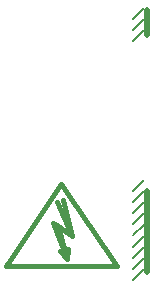
<source format=gbr>
%TF.GenerationSoftware,KiCad,Pcbnew,7.0.8*%
%TF.CreationDate,2023-10-29T17:21:22+01:00*%
%TF.ProjectId,Output_stage,4f757470-7574-45f7-9374-6167652e6b69,2.0*%
%TF.SameCoordinates,Original*%
%TF.FileFunction,Legend,Bot*%
%TF.FilePolarity,Positive*%
%FSLAX46Y46*%
G04 Gerber Fmt 4.6, Leading zero omitted, Abs format (unit mm)*
G04 Created by KiCad (PCBNEW 7.0.8) date 2023-10-29 17:21:22*
%MOMM*%
%LPD*%
G01*
G04 APERTURE LIST*
G04 Aperture macros list*
%AMRoundRect*
0 Rectangle with rounded corners*
0 $1 Rounding radius*
0 $2 $3 $4 $5 $6 $7 $8 $9 X,Y pos of 4 corners*
0 Add a 4 corners polygon primitive as box body*
4,1,4,$2,$3,$4,$5,$6,$7,$8,$9,$2,$3,0*
0 Add four circle primitives for the rounded corners*
1,1,$1+$1,$2,$3*
1,1,$1+$1,$4,$5*
1,1,$1+$1,$6,$7*
1,1,$1+$1,$8,$9*
0 Add four rect primitives between the rounded corners*
20,1,$1+$1,$2,$3,$4,$5,0*
20,1,$1+$1,$4,$5,$6,$7,0*
20,1,$1+$1,$6,$7,$8,$9,0*
20,1,$1+$1,$8,$9,$2,$3,0*%
G04 Aperture macros list end*
%ADD10C,0.500000*%
%ADD11C,0.200000*%
%ADD12C,0.381000*%
%ADD13C,1.600000*%
%ADD14O,1.600000X1.600000*%
%ADD15C,3.000000*%
%ADD16R,2.500000X3.500000*%
%ADD17O,2.500000X3.500000*%
%ADD18R,2.400000X1.600000*%
%ADD19O,2.400000X1.600000*%
%ADD20RoundRect,0.250000X0.620000X0.620000X-0.620000X0.620000X-0.620000X-0.620000X0.620000X-0.620000X0*%
%ADD21C,1.740000*%
%ADD22RoundRect,0.249999X0.790001X1.550001X-0.790001X1.550001X-0.790001X-1.550001X0.790001X-1.550001X0*%
%ADD23O,2.080000X3.600000*%
G04 APERTURE END LIST*
D10*
X92788125Y-41069875D02*
X92788125Y-47978675D01*
D11*
X92559525Y-45838725D02*
X91619725Y-46753125D01*
X92559525Y-47724675D02*
X91619725Y-48639075D01*
X92559525Y-44895750D02*
X91619725Y-45810150D01*
X92559525Y-26560125D02*
X91619725Y-27474525D01*
X92559525Y-27503100D02*
X91619725Y-28417500D01*
X92559525Y-25617150D02*
X91619725Y-26531550D01*
X92559525Y-43009800D02*
X91619725Y-43924200D01*
D10*
X92762725Y-25753675D02*
X92762725Y-27938075D01*
D11*
X92559525Y-41123850D02*
X91619725Y-42038250D01*
X92559525Y-43952775D02*
X91619725Y-44867175D01*
X92559525Y-40180875D02*
X91619725Y-41095275D01*
X92559525Y-46781700D02*
X91619725Y-47696100D01*
X92559525Y-42066825D02*
X91619725Y-42981225D01*
D12*
%TO.C,REF6*%
X90248125Y-47470675D02*
X85549125Y-40485675D01*
X86448285Y-44877335D02*
X85249405Y-44077235D01*
X86448285Y-44877335D02*
X85147805Y-42075715D01*
X86046965Y-46876315D02*
X86148565Y-45977155D01*
X86046965Y-46876315D02*
X85447525Y-46177815D01*
X86046965Y-46876315D02*
X84848085Y-43777515D01*
X85648185Y-41877595D02*
X86448285Y-44877335D01*
X85549125Y-40485675D02*
X80850125Y-47470675D01*
X85249405Y-44077235D02*
X86046965Y-46876315D01*
X84848085Y-43777515D02*
X85447525Y-44176295D01*
X80850125Y-47470675D02*
X90248125Y-47470675D01*
%TD*%
%LPC*%
D13*
%TO.C,R2*%
X79324200Y-39192200D03*
D14*
X79324200Y-29032200D03*
%TD*%
D13*
%TO.C,R1*%
X108485325Y-27938075D03*
D14*
X98325325Y-27938075D03*
%TD*%
D15*
%TO.C,REF4*%
X69267725Y-40003075D03*
%TD*%
%TO.C,REF2*%
X69267725Y-33272075D03*
%TD*%
D16*
%TO.C,Q1*%
X63157725Y-29208075D03*
D17*
X68632725Y-29208075D03*
X74107725Y-29208075D03*
%TD*%
D13*
%TO.C,R3*%
X83515200Y-29032200D03*
D14*
X83515200Y-39192200D03*
%TD*%
D18*
%TO.C,U1*%
X96572725Y-37092075D03*
D19*
X96572725Y-34552075D03*
X96572725Y-32012075D03*
X88952725Y-32012075D03*
X88952725Y-34552075D03*
X88952725Y-37092075D03*
%TD*%
D20*
%TO.C,J3*%
X107179925Y-46563075D03*
D21*
X104639925Y-46563075D03*
%TD*%
D15*
%TO.C,REF3*%
X59742725Y-40003075D03*
%TD*%
D20*
%TO.C,J2*%
X107179925Y-37558075D03*
D21*
X104639925Y-37558075D03*
%TD*%
D15*
%TO.C,REF1*%
X61901725Y-33272075D03*
%TD*%
D22*
%TO.C,J1*%
X69265800Y-46355000D03*
D23*
X64185800Y-46355000D03*
X59105800Y-46355000D03*
%TD*%
G36*
X59151053Y-43987895D02*
G01*
X59952493Y-44288435D01*
X60008353Y-44330406D01*
X60027695Y-44368812D01*
X60344741Y-45422521D01*
X60350000Y-45458249D01*
X60350000Y-47246925D01*
X60349696Y-47253057D01*
X60134824Y-49416331D01*
X60108609Y-49481097D01*
X60051542Y-49521408D01*
X60011431Y-49528075D01*
X57385409Y-49528075D01*
X57318370Y-49508390D01*
X57292730Y-49486456D01*
X56345220Y-48420507D01*
X56315394Y-48357323D01*
X56313900Y-48337668D01*
X56329544Y-44103542D01*
X56349476Y-44036576D01*
X56402449Y-43991016D01*
X56453543Y-43980000D01*
X59107514Y-43980000D01*
X59151053Y-43987895D01*
G37*
G36*
X64213910Y-26687760D02*
G01*
X64220578Y-26692359D01*
X64999107Y-27267824D01*
X65041317Y-27323503D01*
X65049400Y-27367540D01*
X65049400Y-31097986D01*
X65044817Y-31131386D01*
X64703675Y-32351104D01*
X64666661Y-32410363D01*
X64645959Y-32425263D01*
X63428661Y-33123559D01*
X63366960Y-33140000D01*
X60460047Y-33140000D01*
X60393008Y-33120315D01*
X60373974Y-33105261D01*
X59623691Y-32381773D01*
X59589097Y-32321068D01*
X59590576Y-32258305D01*
X61003882Y-27333884D01*
X61035389Y-27280410D01*
X61611406Y-26704394D01*
X61672729Y-26670909D01*
X61699087Y-26668075D01*
X64146871Y-26668075D01*
X64213910Y-26687760D01*
G37*
G36*
X72003090Y-44009685D02*
G01*
X72048845Y-44062489D01*
X72060051Y-44113949D01*
X72061702Y-48101219D01*
X72042045Y-48168266D01*
X72020654Y-48193438D01*
X70573094Y-49496243D01*
X70510095Y-49526459D01*
X70490142Y-49528075D01*
X68517233Y-49528075D01*
X68450194Y-49508390D01*
X68404439Y-49455586D01*
X68396811Y-49433648D01*
X68033578Y-47954569D01*
X68030000Y-47924996D01*
X68030000Y-44865285D01*
X68049685Y-44798246D01*
X68083824Y-44763053D01*
X69178289Y-44011768D01*
X69244700Y-43990057D01*
X69248465Y-43990000D01*
X71936051Y-43990000D01*
X72003090Y-44009685D01*
G37*
G36*
X69868339Y-26687760D02*
G01*
X69885684Y-26701216D01*
X70496184Y-27268207D01*
X70531910Y-27328252D01*
X70535800Y-27359066D01*
X70535800Y-30732075D01*
X70756949Y-33034142D01*
X70743765Y-33102757D01*
X70695578Y-33153352D01*
X70633517Y-33170000D01*
X67814553Y-33170000D01*
X67747514Y-33150315D01*
X67735635Y-33141645D01*
X66772807Y-32347197D01*
X66733625Y-32289347D01*
X66727725Y-32251552D01*
X66727725Y-27354437D01*
X66747410Y-27287398D01*
X66764044Y-27266756D01*
X67326406Y-26704394D01*
X67387729Y-26670909D01*
X67414087Y-26668075D01*
X69801300Y-26668075D01*
X69868339Y-26687760D01*
G37*
%LPD*%
M02*

</source>
